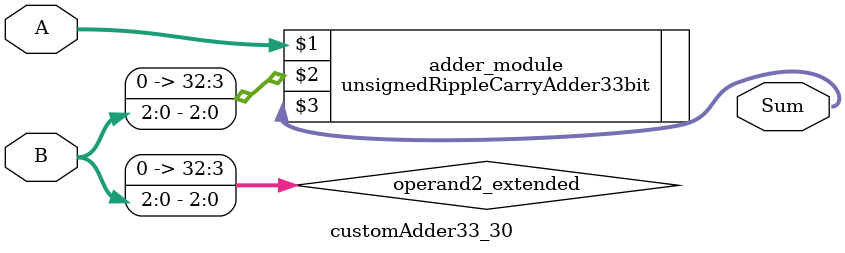
<source format=v>
module customAdder33_30(
                        input [32 : 0] A,
                        input [2 : 0] B,
                        
                        output [33 : 0] Sum
                );

        wire [32 : 0] operand2_extended;
        
        assign operand2_extended =  {30'b0, B};
        
        unsignedRippleCarryAdder33bit adder_module(
            A,
            operand2_extended,
            Sum
        );
        
        endmodule
        
</source>
